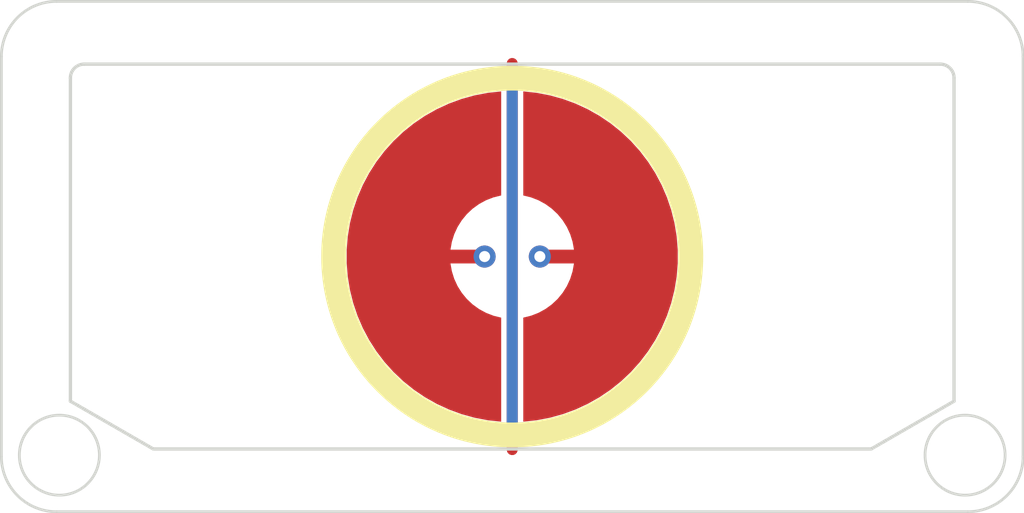
<source format=kicad_pcb>
(kicad_pcb (version 20240108) (generator "pcbnew") (generator_version "8.0")
  (layers (0 "F.Cu" signal) (1 "In1.Cu" signal) (2 "In2.Cu" signal) (31 "B.Cu" signal) (34 "B.Paste" user) (35 "F.Paste" user) (36 "B.SilkS" user "B.Silkscreen") (37 "F.SilkS" user "F.Silkscreen") (38 "B.Mask" user) (39 "F.Mask" user) (44 "Edge.Cuts" user))
  (net 0 "")
  (footprint "cipulot_parts:ecs_pad_2U_no_ring" (layer "F.Cu") (at 66.88125 50.00625)
    (property "Reference" "REF**")
    (property "Value" "Value " (hide yes))
    (fp_circle (center 0 0) (end 6.467 0) (stroke (width 0.9)) (fill none) (layer "F.SilkS"))
    (fp_line (start -18.5 7.25) (end -18.5 -7.25) (stroke (width 0.1)) (layer "Edge.Cuts"))
    (fp_line (start -16.5 -9.25) (end 16.5 -9.25) (stroke (width 0.1)) (layer "Edge.Cuts"))
    (fp_line (start -16.5 9.25) (end 16.5 9.25) (stroke (width 0.1)) (layer "Edge.Cuts"))
    (fp_line (start 18.5 7.25) (end 18.5 -7.25) (stroke (width 0.1)) (layer "Edge.Cuts"))
    (fp_arc (start -18.5 -7.25) (mid -17.914214 -8.664214) (end -16.5 -9.25) (stroke (width 0.1)) (layer "Edge.Cuts"))
    (fp_arc (start -16.5 9.25) (mid -17.914214 8.664214) (end -18.5 7.25) (stroke (width 0.1)) (layer "Edge.Cuts"))
    (fp_arc (start 16.5 -9.25) (mid 17.914214 -8.664214) (end 18.5 -7.25) (stroke (width 0.1)) (layer "Edge.Cuts"))
    (fp_arc (start 18.5 7.25) (mid 17.914214 8.664214) (end 16.5 9.25) (stroke (width 0.1)) (layer "Edge.Cuts"))
    (fp_circle (center -16.4 7.2) (end -14.95 7.2) (stroke (width 0.1)) (fill none) (layer "Edge.Cuts"))
    (fp_circle (center 16.4 7.2) (end 17.85 7.2) (stroke (width 0.1)) (fill none) (layer "Edge.Cuts"))
    (pad "1" smd custom (at -1 0) (size 0.4 0.4) (layers "F.Cu") (options (clearance outline) (anchor circle)) (primitives (gr_poly (pts (xy 0.6 -2.214159) (xy 0.320477 -2.144936) (xy 0.052085 -2.040578) (xy -0.20078 -1.902795) (xy -0.433976 -1.733843) (xy -0.643683 -1.536492) (xy -0.826466 -1.313972) (xy -0.979332 -1.069928) (xy -1.099775 -0.80836) (xy -1.185824 -0.53355) (xy -1.236068 -0.25) (xy 0 -0.25) (xy 0.095671 -0.23097) (xy 0.176777 -0.176777) (xy 0.23097 -0.095671) (xy 0.25 0) (xy 0.23097 0.095671) (xy 0.176777 0.176777) (xy 0.095671 0.23097) (xy 0 0.25) (xy -1.236068 0.25) (xy -1.185824 0.53355) (xy -1.099775 0.80836) (xy -0.979332 1.069928) (xy -0.826466 1.313972) (xy -0.643683 1.536492) (xy -0.433976 1.733843) (xy -0.20078 1.902795) (xy 0.052085 2.040578) (xy 0.320477 2.144936) (xy 0.6 2.214159) (xy 0.6 5.986652) (xy 0.115133 5.934392) (xy -0.363889 5.842928) (xy -0.8339 5.712864) (xy -1.291796 5.545058) (xy -1.734552 5.34062) (xy -2.159242 5.100901) (xy -2.563061 4.827483) (xy -2.943342 4.522174) (xy -3.297572 4.186989) (xy -3.62341 3.824144) (xy -3.918705 3.436035) (xy -4.181506 3.025227) (xy -4.410075 2.594434) (xy -4.602904 2.1465) (xy -4.758719 1.684386) (xy -4.876489 1.211145) (xy -4.955438 0.729902) (xy -4.995043 0.243838) (xy -4.995043 -0.243838) (xy -4.955438 -0.729902) (xy -4.876489 -1.211145) (xy -4.758719 -1.684386) (xy -4.602904 -2.1465) (xy -4.410075 -2.594434) (xy -4.181506 -3.025227) (xy -3.918705 -3.436035) (xy -3.62341 -3.824144) (xy -3.297572 -4.186989) (xy -2.943342 -4.522174) (xy -2.563061 -4.827483) (xy -2.159242 -5.100901) (xy -1.734552 -5.34062) (xy -1.291796 -5.545058) (xy -0.8339 -5.712864) (xy -0.363889 -5.842928) (xy 0.115133 -5.934392) (xy 0.6 -5.986652)) (width 0) (fill yes))))
    (pad "1" thru_hole circle (at -1 0) (size 0.8 0.8) (drill 0.4) (layers "*.Cu"))
    (pad "2" smd custom (at 1 0 180) (size 0.4 0.4) (layers "F.Cu") (options (clearance outline) (anchor circle)) (primitives (gr_poly (pts (xy 0.6 -2.214159) (xy 0.320477 -2.144936) (xy 0.052085 -2.040578) (xy -0.20078 -1.902795) (xy -0.433976 -1.733843) (xy -0.643683 -1.536492) (xy -0.826466 -1.313972) (xy -0.979332 -1.069928) (xy -1.099775 -0.80836) (xy -1.185824 -0.53355) (xy -1.236068 -0.25) (xy 0 -0.25) (xy 0.095671 -0.23097) (xy 0.176777 -0.176777) (xy 0.23097 -0.095671) (xy 0.25 0) (xy 0.23097 0.095671) (xy 0.176777 0.176777) (xy 0.095671 0.23097) (xy 0 0.25) (xy -1.236068 0.25) (xy -1.185824 0.53355) (xy -1.099775 0.80836) (xy -0.979332 1.069928) (xy -0.826466 1.313972) (xy -0.643683 1.536492) (xy -0.433976 1.733843) (xy -0.20078 1.902795) (xy 0.052085 2.040578) (xy 0.320477 2.144936) (xy 0.6 2.214159) (xy 0.6 5.986652) (xy 0.115133 5.934392) (xy -0.363889 5.842928) (xy -0.8339 5.712864) (xy -1.291796 5.545058) (xy -1.734552 5.34062) (xy -2.159242 5.100901) (xy -2.563061 4.827483) (xy -2.943342 4.522174) (xy -3.297572 4.186989) (xy -3.62341 3.824144) (xy -3.918705 3.436035) (xy -4.181506 3.025227) (xy -4.410075 2.594434) (xy -4.602904 2.1465) (xy -4.758719 1.684386) (xy -4.876489 1.211145) (xy -4.955438 0.729902) (xy -4.995043 0.243838) (xy -4.995043 -0.243838) (xy -4.955438 -0.729902) (xy -4.876489 -1.211145) (xy -4.758719 -1.684386) (xy -4.602904 -2.1465) (xy -4.410075 -2.594434) (xy -4.181506 -3.025227) (xy -3.918705 -3.436035) (xy -3.62341 -3.824144) (xy -3.297572 -4.186989) (xy -2.943342 -4.522174) (xy -2.563061 -4.827483) (xy -2.159242 -5.100901) (xy -1.734552 -5.34062) (xy -1.291796 -5.545058) (xy -0.8339 -5.712864) (xy -0.363889 -5.842928) (xy 0.115133 -5.934392) (xy 0.6 -5.986652)) (width 0) (fill yes))))
    (pad "2" thru_hole circle (at 1 0) (size 0.8 0.8) (drill 0.4) (layers "*.Cu"))
    (pad "3" smd custom (at 0 0) (size 0.4 0.4) (layers "F.Cu") (options (clearance convexhull) (anchor rect)) (primitives (gr_line (start 0 -7) (end 0 7) (width 0.4))))
    (pad "3" smd custom (at 0 0) (size 0.4 0.4) (layers "B.Cu") (options (clearance convexhull) (anchor rect)) (primitives (gr_line (start 0 -6.5) (end 0 6.5) (width 0.4))))
  )
  (footprint "cipulot_parts:ecs_plate_cut_2U" (layer "F.Cu") (at 66.88125 50.00625)
    (property "Reference" "REF**")
    (property "Value" "Value " (hide yes))
    (fp_line (start -16 -6.475) (end -16 5.243) (stroke (width 0.12)) (layer "Edge.Cuts"))
    (fp_line (start -16 5.243) (end -13 6.975) (stroke (width 0.12)) (layer "Edge.Cuts"))
    (fp_line (start -15.5 -6.975) (end 15.5 -6.975) (stroke (width 0.12)) (layer "Edge.Cuts"))
    (fp_line (start 13 6.975) (end -13 6.975) (stroke (width 0.12)) (layer "Edge.Cuts"))
    (fp_line (start 16 -6.475) (end 16 5.243) (stroke (width 0.12)) (layer "Edge.Cuts"))
    (fp_line (start 16 5.243) (end 13 6.975) (stroke (width 0.12)) (layer "Edge.Cuts"))
    (fp_arc (start -16 -6.475) (mid -15.853553 -6.828553) (end -15.5 -6.975) (stroke (width 0.12)) (layer "Edge.Cuts"))
    (fp_arc (start 15.5 -6.975) (mid 15.853553 -6.828553) (end 16 -6.475) (stroke (width 0.12)) (layer "Edge.Cuts"))
  )
)
</source>
